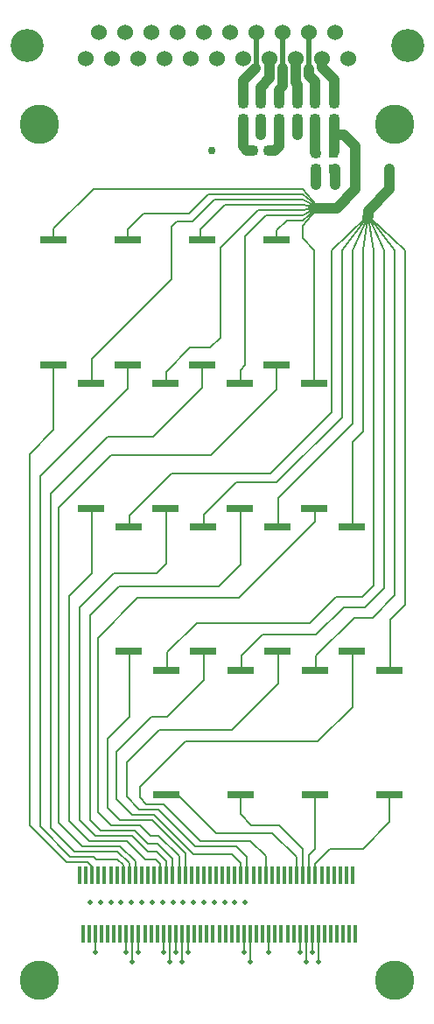
<source format=gbl>
%FSLAX24Y24*%
%MOIN*%
G70*
G01*
G75*
G04 Layer_Physical_Order=6*
G04 Layer_Color=16711680*
%ADD10R,0.1000X0.0300*%
%ADD11R,0.0360X0.0320*%
%ADD12R,0.0320X0.0360*%
%ADD13R,0.0118X0.0669*%
%ADD14C,0.0400*%
%ADD15C,0.0060*%
%ADD16C,0.0300*%
%ADD17C,0.0600*%
%ADD18C,0.1260*%
%ADD19C,0.1500*%
%ADD20C,0.0200*%
%ADD21C,0.0550*%
%ADD22C,0.0700*%
%ADD23C,0.1361*%
G04:AMPARAMS|DCode=24|XSize=188.5mil|YSize=188.5mil|CornerRadius=0mil|HoleSize=0mil|Usage=FLASHONLY|Rotation=0.000|XOffset=0mil|YOffset=0mil|HoleType=Round|Shape=Relief|Width=10mil|Gap=10mil|Entries=4|*
%AMTHD24*
7,0,0,0.1885,0.1685,0.0100,45*
%
%ADD24THD24*%
%ADD25C,0.0500*%
%ADD26C,0.0200*%
D10*
X-4990Y-1750D02*
D03*
X-2157D02*
D03*
X676D02*
D03*
X3509D02*
D03*
X-4990Y3000D02*
D03*
X-2157D02*
D03*
X676D02*
D03*
X3509D02*
D03*
X2079Y8460D02*
D03*
X-754D02*
D03*
X-3587D02*
D03*
X-6420D02*
D03*
X2079Y3710D02*
D03*
X-754D02*
D03*
X-3587D02*
D03*
X-6420D02*
D03*
X-7850Y9170D02*
D03*
X-5017D02*
D03*
X-2184D02*
D03*
X649D02*
D03*
X-7850Y13920D02*
D03*
X-5017D02*
D03*
X-2184D02*
D03*
X649D02*
D03*
X-781Y19380D02*
D03*
X-3614D02*
D03*
X-6447D02*
D03*
X-9280D02*
D03*
X-781Y14630D02*
D03*
X-3614D02*
D03*
X-6447D02*
D03*
X-9280D02*
D03*
D11*
X-1100Y22800D02*
D03*
X-1700D02*
D03*
D12*
X700Y22700D02*
D03*
Y22100D02*
D03*
X1387D02*
D03*
Y22700D02*
D03*
X683Y24600D02*
D03*
Y24000D02*
D03*
X-1400Y24600D02*
D03*
Y24000D02*
D03*
X-700Y24600D02*
D03*
Y24000D02*
D03*
X0Y24600D02*
D03*
Y24000D02*
D03*
X1391Y24600D02*
D03*
Y24000D02*
D03*
X-2075Y24600D02*
D03*
Y24000D02*
D03*
D13*
X2220Y-7035D02*
D03*
X1984D02*
D03*
X1748D02*
D03*
X1511D02*
D03*
X1275D02*
D03*
X1039D02*
D03*
X803D02*
D03*
X566D02*
D03*
X330D02*
D03*
X94D02*
D03*
X-142D02*
D03*
X-378D02*
D03*
X-615D02*
D03*
X-851D02*
D03*
X-1087D02*
D03*
X-1323D02*
D03*
X-1560D02*
D03*
X-1796D02*
D03*
X-2032D02*
D03*
X-2268D02*
D03*
X-2504D02*
D03*
X-2741D02*
D03*
X-2977D02*
D03*
X-3213D02*
D03*
X-3449D02*
D03*
X-3686D02*
D03*
X-3922D02*
D03*
X-4158D02*
D03*
X-4394D02*
D03*
X-4630D02*
D03*
X-4867D02*
D03*
X-5103D02*
D03*
X-5339D02*
D03*
X-5575D02*
D03*
X-5811D02*
D03*
X-6048D02*
D03*
X-6284D02*
D03*
X-6520D02*
D03*
X-6756D02*
D03*
X-6993D02*
D03*
X-7229D02*
D03*
X-7465D02*
D03*
X-7701D02*
D03*
X-7937D02*
D03*
X-8174D02*
D03*
X2102Y-4810D02*
D03*
X1866D02*
D03*
X1629D02*
D03*
X1393D02*
D03*
X1157D02*
D03*
X921D02*
D03*
X685D02*
D03*
X448D02*
D03*
X212D02*
D03*
X-24D02*
D03*
X-260D02*
D03*
X-497D02*
D03*
X-733D02*
D03*
X-969D02*
D03*
X-1205D02*
D03*
X-1441D02*
D03*
X-1678D02*
D03*
X-1914D02*
D03*
X-2150D02*
D03*
X-2386D02*
D03*
X-2623D02*
D03*
X-2859D02*
D03*
X-3095D02*
D03*
X-3331D02*
D03*
X-3567D02*
D03*
X-3804D02*
D03*
X-4040D02*
D03*
X-4276D02*
D03*
X-4512D02*
D03*
X-4748D02*
D03*
X-4985D02*
D03*
X-5221D02*
D03*
X-5457D02*
D03*
X-5693D02*
D03*
X-5930D02*
D03*
X-6166D02*
D03*
X-6402D02*
D03*
X-6638D02*
D03*
X-6874D02*
D03*
X-7111D02*
D03*
X-7347D02*
D03*
X-7583D02*
D03*
X-7819D02*
D03*
X-8056D02*
D03*
X-8292D02*
D03*
D14*
X-555Y25245D02*
Y25915D01*
X-700Y25100D02*
X-555Y25245D01*
X-700Y24600D02*
Y25100D01*
X620Y20600D02*
X740D01*
X774D01*
X1500D01*
X945Y25946D02*
Y26300D01*
Y25946D02*
X1393Y25498D01*
X445Y25655D02*
X683Y25417D01*
Y24600D02*
Y25417D01*
X-1055Y25545D02*
Y26300D01*
X-1400Y25200D02*
X-1055Y25545D01*
X-1400Y24600D02*
Y25200D01*
X1500Y20600D02*
X2220Y21320D01*
X3509Y21309D02*
Y22100D01*
X1391Y22746D02*
Y24000D01*
X2220Y21320D02*
Y22951D01*
X1771Y23400D02*
X2220Y22951D01*
X1400Y23400D02*
X1771D01*
X2667Y20270D02*
X2673Y20264D01*
X2700Y20500D02*
X3509Y21309D01*
X2700Y20300D02*
Y20500D01*
X683Y22717D02*
Y24000D01*
X-55Y25376D02*
Y26300D01*
X-1100Y22800D02*
X-851D01*
X-700Y22951D01*
Y23400D01*
X-1914Y22800D02*
X-1700D01*
X-2075Y22961D02*
X-1914Y22800D01*
X-2075Y22961D02*
Y23400D01*
X0D02*
Y24000D01*
X-700Y23400D02*
Y24000D01*
X-1400Y23400D02*
Y24000D01*
X-2075Y23400D02*
Y24000D01*
X2680Y20257D02*
X2685Y20252D01*
X2673Y20264D02*
X2680Y20257D01*
X2685Y20200D02*
Y20252D01*
X1437Y21500D02*
Y22100D01*
X700Y21500D02*
Y22100D01*
X683Y22717D02*
X700Y22700D01*
X-2075Y25439D02*
X-1600Y25914D01*
X-2075Y24600D02*
Y25439D01*
X445Y25655D02*
Y25900D01*
X0Y24600D02*
Y25276D01*
X1391Y24600D02*
X1393Y24602D01*
Y25498D01*
D15*
X-9280Y19820D02*
X-7770Y21330D01*
X200D01*
X-4130Y20400D02*
X-3400Y21130D01*
X200D01*
X-4000Y20100D02*
X-3170Y20930D01*
X200D01*
X-3686Y19794D02*
X-2750Y20730D01*
X200D01*
X-2930Y15670D02*
Y19100D01*
X-1500Y20530D01*
X200D01*
X-1989Y19520D02*
X-1180Y20330D01*
X200D01*
X-781Y19380D02*
Y19752D01*
X-403Y20130D01*
X200D01*
X649Y13920D02*
Y19000D01*
X200Y19449D02*
X649Y19000D01*
X200Y19449D02*
Y19930D01*
Y20530D02*
X620Y20600D01*
X200Y21330D02*
X739Y20702D01*
X800Y20630D01*
X200Y21130D02*
X709Y20706D01*
X200Y20930D02*
X668Y20696D01*
X200Y20330D02*
X644Y20552D01*
X740Y20600D01*
X200Y20730D02*
X630Y20658D01*
X800Y20630D01*
X709Y20524D02*
X774Y20600D01*
X200Y19930D02*
X709Y20524D01*
X200Y20130D02*
X679Y20529D01*
X2742Y20261D02*
X4100Y19000D01*
X2700Y20300D02*
X2742Y20261D01*
X2700Y20300D02*
X2743Y20246D01*
X3720Y19000D01*
X2659Y20212D02*
X2680Y20257D01*
X2100Y19000D02*
X2659Y20212D01*
X2642Y20246D02*
X2667Y20270D01*
X1300Y19000D02*
X2642Y20246D01*
X2646Y20230D02*
X2673Y20264D01*
X1700Y19000D02*
X2646Y20230D01*
X2685Y20200D02*
X2700Y20300D01*
X2500Y19000D02*
X2685Y20200D01*
X2700Y20300D02*
X2715Y20205D01*
X2900Y19000D01*
X2700Y20300D02*
X2735Y20223D01*
X3300Y19000D01*
X2900Y6234D02*
Y19000D01*
X2466Y5800D02*
X2900Y6234D01*
X2500Y-3800D02*
X3509Y-2791D01*
X2866Y5000D02*
X3720Y5854D01*
X2166Y5000D02*
X2866D01*
X2566Y5400D02*
X3300Y6134D01*
X1766Y5400D02*
X2566D01*
X1466Y5800D02*
X2466D01*
X2500Y12084D02*
Y19000D01*
X660Y8644D02*
Y9170D01*
X-2244Y5740D02*
X660Y8644D01*
X-6093Y5740D02*
X-2244D01*
X-5484Y11900D02*
X-3614Y13770D01*
X-7234Y11900D02*
X-5484D01*
X-7084Y11200D02*
X-3284D01*
X-6447Y13737D02*
Y14630D01*
X-3614Y13770D02*
Y14630D01*
X-781Y13703D02*
Y14630D01*
X-3284Y11200D02*
X-781Y13703D01*
X2101Y8460D02*
Y11685D01*
X-732Y8460D02*
Y9552D01*
X-2342Y10150D02*
X-784D01*
X-4784Y10500D02*
X-1034D01*
X-2173Y7010D02*
Y9170D01*
X-2993Y6190D02*
X-2173Y7010D01*
X-6793Y6190D02*
X-2993D01*
X-5006Y7041D02*
Y9170D01*
X-5357Y6690D02*
X-5006Y7041D01*
X-6989Y6690D02*
X-5357D01*
X-7839Y6694D02*
Y9170D01*
X-9280Y12154D02*
Y14630D01*
X466Y4800D02*
X1466Y5800D01*
X-3834Y4800D02*
X466D01*
X-4957Y3677D02*
X-3834Y4800D01*
X-4957Y3000D02*
Y3677D01*
X716Y4350D02*
X1766Y5400D01*
X-1334Y4350D02*
X716D01*
X-2124Y3560D02*
X-1334Y4350D01*
X-2124Y3000D02*
Y3560D01*
X709Y3543D02*
X2166Y5000D01*
X709Y3000D02*
Y3543D01*
X-6398Y8886D02*
X-4784Y10500D01*
X-3565Y8927D02*
X-2342Y10150D01*
X-6398Y8460D02*
Y8886D01*
X-3565Y8460D02*
Y8927D01*
X3542Y3000D02*
Y4926D01*
X-7839Y14845D02*
X-4784Y17900D01*
X-7839Y13920D02*
Y14845D01*
X-5006Y14368D02*
X-4094Y15280D01*
X-5006Y13920D02*
Y14368D01*
X-2173Y13920D02*
Y14421D01*
X-6748Y3710D02*
X-6198D01*
X-2173Y14421D02*
X-1989Y14605D01*
Y19520D01*
X-9280Y19380D02*
Y19820D01*
X-6447Y19380D02*
Y19803D01*
X-5850Y20400D01*
X-4784Y19900D02*
X-4584Y20100D01*
X-4784Y17900D02*
Y19900D01*
X-3686Y19452D02*
Y19794D01*
Y19452D02*
X-3614Y19380D01*
X-5221Y-4810D02*
Y-4379D01*
X-7654Y-4202D02*
X-6848D01*
X-6638Y-4412D01*
Y-4810D02*
Y-4412D01*
X-6750Y-3700D02*
X-6166Y-4284D01*
Y-4810D02*
Y-4284D01*
X-6402Y-4810D02*
Y-4349D01*
X-950Y-3200D02*
X-24Y-4126D01*
Y-4810D02*
Y-4126D01*
X-4990Y-1750D02*
X-4640D01*
X-2157Y-2493D02*
Y-1750D01*
X448Y-4810D02*
Y-4050D01*
X3509Y-2791D02*
Y-1750D01*
X685Y-4810D02*
Y-4365D01*
X-7756Y-4100D02*
X-7654Y-4202D01*
X-8650Y-4100D02*
X-7756D01*
X-8200Y-3700D02*
X-6750D01*
X-6000Y-1860D02*
X-5760Y-2100D01*
X-5100D01*
X-3700Y-3500D01*
X-7213Y-2254D02*
X-6767Y-2700D01*
X-7100Y-2900D02*
X-6000D01*
X-6200Y-3100D02*
X-5700Y-3600D01*
X-7942Y-3500D02*
X-6500D01*
X-7701Y-7749D02*
Y-7035D01*
Y-7749D02*
X-7700Y-7750D01*
X-6520Y-7749D02*
Y-7035D01*
X-6048Y-7749D02*
Y-7035D01*
X-5103Y-7749D02*
Y-7035D01*
X-4630Y-7749D02*
Y-7035D01*
X-4158Y-7749D02*
Y-7035D01*
X-2032Y-7749D02*
Y-7035D01*
X-1087Y-7749D02*
Y-7035D01*
X94Y-7749D02*
Y-7035D01*
X566Y-7749D02*
Y-7035D01*
X-6284Y-8116D02*
Y-7035D01*
X-4867Y-8116D02*
Y-7035D01*
X-4394Y-8116D02*
Y-7035D01*
X-1796Y-8116D02*
Y-7035D01*
X330Y-8116D02*
Y-7035D01*
X803Y-8116D02*
Y-7035D01*
X-4640Y-1750D02*
X-4550D01*
X-3100Y-3200D01*
X-950D01*
X3542Y4926D02*
X4100Y5484D01*
Y19000D01*
X3720Y5854D02*
Y19000D01*
X3300Y6134D02*
Y19000D01*
X2101Y11685D02*
X2500Y12084D01*
X-1034Y10500D02*
X1300Y12834D01*
Y19000D01*
X-784Y10150D02*
X1700Y12634D01*
Y19000D01*
X-732Y9552D02*
X2102Y12386D01*
Y19000D01*
X-5850Y20400D02*
X-4130D01*
X-4584Y20100D02*
X-4000D01*
X-4094Y15280D02*
X-3320D01*
X-2930Y15670D01*
X-10200Y-2900D02*
X-8800Y-4300D01*
X-10200Y-2900D02*
Y11234D01*
X-9280Y12154D01*
X-9800Y-2950D02*
X-8650Y-4100D01*
X-9800Y-2950D02*
Y10384D01*
X-6447Y13737D01*
X-9400Y9734D02*
X-7234Y11900D01*
X-9400Y-3000D02*
Y9734D01*
Y-3000D02*
X-8500Y-3900D01*
X-6852D01*
X-6402Y-4349D01*
X-8800Y-4300D02*
X-8000D01*
X-7819Y-4481D01*
Y-4810D02*
Y-4481D01*
X-8700Y-2742D02*
X-7942Y-3500D01*
X-8700Y-2742D02*
Y5833D01*
X-7839Y6694D01*
X-8300Y5379D02*
X-6989Y6690D01*
X-8300Y-2700D02*
Y5379D01*
Y-2700D02*
X-7700Y-3300D01*
X-9100Y-2800D02*
X-8200Y-3700D01*
X-9100Y-2800D02*
Y9184D01*
X-7084Y11200D01*
X-7900Y5083D02*
X-6793Y6190D01*
X-7600Y-2400D02*
X-7100Y-2900D01*
X-7600Y-2400D02*
Y4233D01*
X-6093Y5740D01*
X-7900Y-2700D02*
Y5083D01*
Y-2700D02*
X-7500Y-3100D01*
X-6200D01*
X-7700Y-3300D02*
X-6300D01*
X-5700Y-3900D01*
X-6500Y-3500D02*
X-5800Y-4200D01*
X-5400D01*
X-5221Y-4379D01*
X-5700Y-3900D02*
X-5350D01*
X-4985Y-4265D01*
Y-4810D02*
Y-4265D01*
X-5700Y-3600D02*
X-5328D01*
X-4748Y-4179D01*
Y-4810D02*
Y-4179D01*
X-4512Y-4810D02*
Y-4088D01*
X-6000Y-2900D02*
X-5600Y-3300D01*
X-5300D01*
X-4512Y-4088D01*
X-6767Y-2700D02*
X-5544D01*
X-4276Y-3968D01*
Y-4810D02*
Y-3968D01*
X-5450Y-2500D02*
X-3950Y-4000D01*
X-2482D01*
X-2150Y-4332D01*
Y-4810D02*
Y-4332D01*
X-5300Y-2300D02*
X-3900Y-3700D01*
X-3700Y-3500D02*
X-1794D01*
X-1205Y-4089D01*
Y-4810D02*
Y-4089D01*
X-3900Y-3700D02*
X-2338D01*
X-1914Y-4124D01*
Y-4810D02*
Y-4124D01*
X212Y-4810D02*
Y-3812D01*
X-2157Y-2493D02*
X-1750Y-2900D01*
X-700D01*
X212Y-3812D01*
X448Y-4050D02*
X676Y-3822D01*
Y-1750D01*
X685Y-4365D02*
X1250Y-3800D01*
X2500D01*
X-7213Y-2254D02*
Y400D01*
X-6398Y1215D01*
Y3710D01*
X-6900Y-100D02*
X-5570Y1230D01*
X-6900Y-1900D02*
Y-100D01*
Y-1900D02*
X-6300Y-2500D01*
X-5450D01*
X-6019Y-2300D02*
X-5300D01*
X-6500Y-1819D02*
X-6019Y-2300D01*
X-6500Y-1819D02*
Y-500D01*
X-5270Y730D01*
X-5570Y1230D02*
X-4970D01*
X-3565Y2635D01*
Y3710D01*
X-5270Y730D02*
X-2500D01*
X-732Y2498D01*
Y3710D01*
X780Y280D02*
X2101Y1601D01*
Y3710D01*
X-6000Y-1860D02*
Y-1450D01*
X-4270Y280D01*
X780D01*
D16*
X3509Y22100D02*
D03*
X-3275Y22800D02*
D03*
X0Y23400D02*
D03*
X-700D02*
D03*
X-1400D02*
D03*
X-2075D02*
D03*
X1437Y21500D02*
D03*
X700D02*
D03*
X1400Y23400D02*
D03*
X700D02*
D03*
D17*
X945Y26300D02*
D03*
X-55D02*
D03*
X-1055D02*
D03*
X-2055D02*
D03*
X-3055D02*
D03*
X-4055D02*
D03*
X-5055D02*
D03*
X-6055D02*
D03*
X-7055D02*
D03*
X-8055D02*
D03*
X1945D02*
D03*
X1445Y27300D02*
D03*
X445D02*
D03*
X-555D02*
D03*
X-1555D02*
D03*
X-2555D02*
D03*
X-3555D02*
D03*
X-4555D02*
D03*
X-5555D02*
D03*
X-6555D02*
D03*
X-7555D02*
D03*
D18*
X4195Y26800D02*
D03*
X-10305D02*
D03*
D19*
X3720Y23800D02*
D03*
X-9830D02*
D03*
X3720Y-8800D02*
D03*
X-9830D02*
D03*
D20*
X-1988Y-5854D02*
D03*
X-2382D02*
D03*
X-2776D02*
D03*
X-3169D02*
D03*
X-3563D02*
D03*
X-3957D02*
D03*
X-4350D02*
D03*
X-4744D02*
D03*
X-5138D02*
D03*
X-5532D02*
D03*
X-5925D02*
D03*
X-6319D02*
D03*
X-6713D02*
D03*
X-7106D02*
D03*
X-7500D02*
D03*
X-7900D02*
D03*
X-7700Y-7750D02*
D03*
X-6519D02*
D03*
X-6046D02*
D03*
X-5102D02*
D03*
X-4629D02*
D03*
X-4157D02*
D03*
X-2031D02*
D03*
X-1086D02*
D03*
X95D02*
D03*
X568D02*
D03*
X-6284Y-8116D02*
D03*
X-4867D02*
D03*
X-4394D02*
D03*
X-1796D02*
D03*
X330D02*
D03*
X803D02*
D03*
D26*
X-555Y25915D02*
Y27300D01*
X-1555Y25914D02*
Y27300D01*
X445Y25900D02*
Y27300D01*
M02*

</source>
